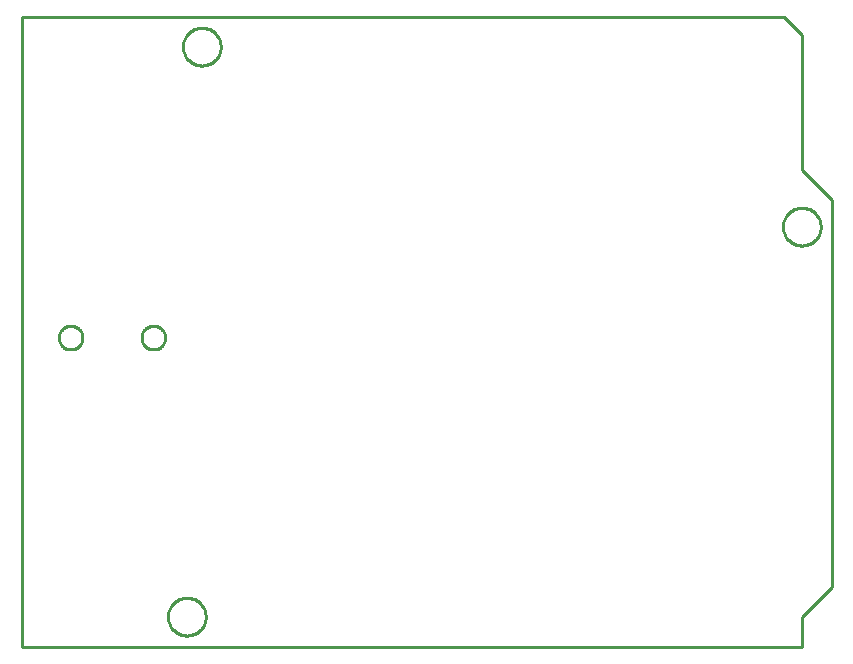
<source format=gbr>
G04 EAGLE Gerber RS-274X export*
G75*
%MOMM*%
%FSLAX34Y34*%
%LPD*%
%IN*%
%IPPOS*%
%AMOC8*
5,1,8,0,0,1.08239X$1,22.5*%
G01*
%ADD10C,0.254000*%


D10*
X0Y0D02*
X660400Y0D01*
X660400Y25400D01*
X685800Y50800D01*
X685800Y378460D01*
X660400Y403860D01*
X660400Y518160D01*
X645160Y533400D01*
X0Y533400D01*
X0Y0D01*
X168400Y507476D02*
X168332Y506431D01*
X168195Y505392D01*
X167990Y504365D01*
X167719Y503353D01*
X167383Y502361D01*
X166982Y501393D01*
X166518Y500454D01*
X165995Y499546D01*
X165413Y498675D01*
X164775Y497844D01*
X164084Y497057D01*
X163343Y496316D01*
X162556Y495625D01*
X161725Y494988D01*
X160854Y494406D01*
X159946Y493882D01*
X159007Y493418D01*
X158039Y493017D01*
X157047Y492681D01*
X156035Y492410D01*
X155008Y492205D01*
X153969Y492069D01*
X152924Y492000D01*
X151876Y492000D01*
X150831Y492069D01*
X149792Y492205D01*
X148765Y492410D01*
X147753Y492681D01*
X146761Y493017D01*
X145793Y493418D01*
X144854Y493882D01*
X143946Y494406D01*
X143075Y494988D01*
X142244Y495625D01*
X141457Y496316D01*
X140716Y497057D01*
X140025Y497844D01*
X139388Y498675D01*
X138806Y499546D01*
X138282Y500454D01*
X137818Y501393D01*
X137417Y502361D01*
X137081Y503353D01*
X136810Y504365D01*
X136605Y505392D01*
X136469Y506431D01*
X136400Y507476D01*
X136400Y508524D01*
X136469Y509569D01*
X136605Y510608D01*
X136810Y511635D01*
X137081Y512647D01*
X137417Y513639D01*
X137818Y514607D01*
X138282Y515546D01*
X138806Y516454D01*
X139388Y517325D01*
X140025Y518156D01*
X140716Y518943D01*
X141457Y519684D01*
X142244Y520375D01*
X143075Y521013D01*
X143946Y521595D01*
X144854Y522118D01*
X145793Y522582D01*
X146761Y522983D01*
X147753Y523319D01*
X148765Y523590D01*
X149792Y523795D01*
X150831Y523932D01*
X151876Y524000D01*
X152924Y524000D01*
X153969Y523932D01*
X155008Y523795D01*
X156035Y523590D01*
X157047Y523319D01*
X158039Y522983D01*
X159007Y522582D01*
X159946Y522118D01*
X160854Y521595D01*
X161725Y521013D01*
X162556Y520375D01*
X163343Y519684D01*
X164084Y518943D01*
X164775Y518156D01*
X165413Y517325D01*
X165995Y516454D01*
X166518Y515546D01*
X166982Y514607D01*
X167383Y513639D01*
X167719Y512647D01*
X167990Y511635D01*
X168195Y510608D01*
X168332Y509569D01*
X168400Y508524D01*
X168400Y507476D01*
X155700Y24876D02*
X155632Y23831D01*
X155495Y22792D01*
X155290Y21765D01*
X155019Y20753D01*
X154683Y19761D01*
X154282Y18793D01*
X153818Y17854D01*
X153295Y16946D01*
X152713Y16075D01*
X152075Y15244D01*
X151384Y14457D01*
X150643Y13716D01*
X149856Y13025D01*
X149025Y12388D01*
X148154Y11806D01*
X147246Y11282D01*
X146307Y10818D01*
X145339Y10417D01*
X144347Y10081D01*
X143335Y9810D01*
X142308Y9605D01*
X141269Y9469D01*
X140224Y9400D01*
X139176Y9400D01*
X138131Y9469D01*
X137092Y9605D01*
X136065Y9810D01*
X135053Y10081D01*
X134061Y10417D01*
X133093Y10818D01*
X132154Y11282D01*
X131246Y11806D01*
X130375Y12388D01*
X129544Y13025D01*
X128757Y13716D01*
X128016Y14457D01*
X127325Y15244D01*
X126688Y16075D01*
X126106Y16946D01*
X125582Y17854D01*
X125118Y18793D01*
X124717Y19761D01*
X124381Y20753D01*
X124110Y21765D01*
X123905Y22792D01*
X123769Y23831D01*
X123700Y24876D01*
X123700Y25924D01*
X123769Y26969D01*
X123905Y28008D01*
X124110Y29035D01*
X124381Y30047D01*
X124717Y31039D01*
X125118Y32007D01*
X125582Y32946D01*
X126106Y33854D01*
X126688Y34725D01*
X127325Y35556D01*
X128016Y36343D01*
X128757Y37084D01*
X129544Y37775D01*
X130375Y38413D01*
X131246Y38995D01*
X132154Y39518D01*
X133093Y39982D01*
X134061Y40383D01*
X135053Y40719D01*
X136065Y40990D01*
X137092Y41195D01*
X138131Y41332D01*
X139176Y41400D01*
X140224Y41400D01*
X141269Y41332D01*
X142308Y41195D01*
X143335Y40990D01*
X144347Y40719D01*
X145339Y40383D01*
X146307Y39982D01*
X147246Y39518D01*
X148154Y38995D01*
X149025Y38413D01*
X149856Y37775D01*
X150643Y37084D01*
X151384Y36343D01*
X152075Y35556D01*
X152713Y34725D01*
X153295Y33854D01*
X153818Y32946D01*
X154282Y32007D01*
X154683Y31039D01*
X155019Y30047D01*
X155290Y29035D01*
X155495Y28008D01*
X155632Y26969D01*
X155700Y25924D01*
X155700Y24876D01*
X676400Y355076D02*
X676332Y354031D01*
X676195Y352992D01*
X675990Y351965D01*
X675719Y350953D01*
X675383Y349961D01*
X674982Y348993D01*
X674518Y348054D01*
X673995Y347146D01*
X673413Y346275D01*
X672775Y345444D01*
X672084Y344657D01*
X671343Y343916D01*
X670556Y343225D01*
X669725Y342588D01*
X668854Y342006D01*
X667946Y341482D01*
X667007Y341018D01*
X666039Y340617D01*
X665047Y340281D01*
X664035Y340010D01*
X663008Y339805D01*
X661969Y339669D01*
X660924Y339600D01*
X659876Y339600D01*
X658831Y339669D01*
X657792Y339805D01*
X656765Y340010D01*
X655753Y340281D01*
X654761Y340617D01*
X653793Y341018D01*
X652854Y341482D01*
X651946Y342006D01*
X651075Y342588D01*
X650244Y343225D01*
X649457Y343916D01*
X648716Y344657D01*
X648025Y345444D01*
X647388Y346275D01*
X646806Y347146D01*
X646282Y348054D01*
X645818Y348993D01*
X645417Y349961D01*
X645081Y350953D01*
X644810Y351965D01*
X644605Y352992D01*
X644469Y354031D01*
X644400Y355076D01*
X644400Y356124D01*
X644469Y357169D01*
X644605Y358208D01*
X644810Y359235D01*
X645081Y360247D01*
X645417Y361239D01*
X645818Y362207D01*
X646282Y363146D01*
X646806Y364054D01*
X647388Y364925D01*
X648025Y365756D01*
X648716Y366543D01*
X649457Y367284D01*
X650244Y367975D01*
X651075Y368613D01*
X651946Y369195D01*
X652854Y369718D01*
X653793Y370182D01*
X654761Y370583D01*
X655753Y370919D01*
X656765Y371190D01*
X657792Y371395D01*
X658831Y371532D01*
X659876Y371600D01*
X660924Y371600D01*
X661969Y371532D01*
X663008Y371395D01*
X664035Y371190D01*
X665047Y370919D01*
X666039Y370583D01*
X667007Y370182D01*
X667946Y369718D01*
X668854Y369195D01*
X669725Y368613D01*
X670556Y367975D01*
X671343Y367284D01*
X672084Y366543D01*
X672775Y365756D01*
X673413Y364925D01*
X673995Y364054D01*
X674518Y363146D01*
X674982Y362207D01*
X675383Y361239D01*
X675719Y360247D01*
X675990Y359235D01*
X676195Y358208D01*
X676332Y357169D01*
X676400Y356124D01*
X676400Y355076D01*
X51350Y261183D02*
X51274Y260314D01*
X51122Y259454D01*
X50896Y258610D01*
X50598Y257790D01*
X50229Y256998D01*
X49792Y256242D01*
X49291Y255527D01*
X48730Y254858D01*
X48112Y254240D01*
X47443Y253679D01*
X46728Y253178D01*
X45972Y252741D01*
X45180Y252372D01*
X44360Y252074D01*
X43516Y251848D01*
X42657Y251696D01*
X41787Y251620D01*
X40913Y251620D01*
X40044Y251696D01*
X39184Y251848D01*
X38340Y252074D01*
X37520Y252372D01*
X36728Y252741D01*
X35972Y253178D01*
X35257Y253679D01*
X34588Y254240D01*
X33970Y254858D01*
X33409Y255527D01*
X32908Y256242D01*
X32471Y256998D01*
X32102Y257790D01*
X31804Y258610D01*
X31578Y259454D01*
X31426Y260314D01*
X31350Y261183D01*
X31350Y262057D01*
X31426Y262927D01*
X31578Y263786D01*
X31804Y264630D01*
X32102Y265450D01*
X32471Y266242D01*
X32908Y266998D01*
X33409Y267713D01*
X33970Y268382D01*
X34588Y269000D01*
X35257Y269561D01*
X35972Y270062D01*
X36728Y270499D01*
X37520Y270868D01*
X38340Y271166D01*
X39184Y271392D01*
X40044Y271544D01*
X40913Y271620D01*
X41787Y271620D01*
X42657Y271544D01*
X43516Y271392D01*
X44360Y271166D01*
X45180Y270868D01*
X45972Y270499D01*
X46728Y270062D01*
X47443Y269561D01*
X48112Y269000D01*
X48730Y268382D01*
X49291Y267713D01*
X49792Y266998D01*
X50229Y266242D01*
X50598Y265450D01*
X50896Y264630D01*
X51122Y263786D01*
X51274Y262927D01*
X51350Y262057D01*
X51350Y261183D01*
X121350Y261183D02*
X121274Y260314D01*
X121122Y259454D01*
X120896Y258610D01*
X120598Y257790D01*
X120229Y256998D01*
X119792Y256242D01*
X119291Y255527D01*
X118730Y254858D01*
X118112Y254240D01*
X117443Y253679D01*
X116728Y253178D01*
X115972Y252741D01*
X115180Y252372D01*
X114360Y252074D01*
X113516Y251848D01*
X112657Y251696D01*
X111787Y251620D01*
X110913Y251620D01*
X110044Y251696D01*
X109184Y251848D01*
X108340Y252074D01*
X107520Y252372D01*
X106728Y252741D01*
X105972Y253178D01*
X105257Y253679D01*
X104588Y254240D01*
X103970Y254858D01*
X103409Y255527D01*
X102908Y256242D01*
X102471Y256998D01*
X102102Y257790D01*
X101804Y258610D01*
X101578Y259454D01*
X101426Y260314D01*
X101350Y261183D01*
X101350Y262057D01*
X101426Y262927D01*
X101578Y263786D01*
X101804Y264630D01*
X102102Y265450D01*
X102471Y266242D01*
X102908Y266998D01*
X103409Y267713D01*
X103970Y268382D01*
X104588Y269000D01*
X105257Y269561D01*
X105972Y270062D01*
X106728Y270499D01*
X107520Y270868D01*
X108340Y271166D01*
X109184Y271392D01*
X110044Y271544D01*
X110913Y271620D01*
X111787Y271620D01*
X112657Y271544D01*
X113516Y271392D01*
X114360Y271166D01*
X115180Y270868D01*
X115972Y270499D01*
X116728Y270062D01*
X117443Y269561D01*
X118112Y269000D01*
X118730Y268382D01*
X119291Y267713D01*
X119792Y266998D01*
X120229Y266242D01*
X120598Y265450D01*
X120896Y264630D01*
X121122Y263786D01*
X121274Y262927D01*
X121350Y262057D01*
X121350Y261183D01*
M02*

</source>
